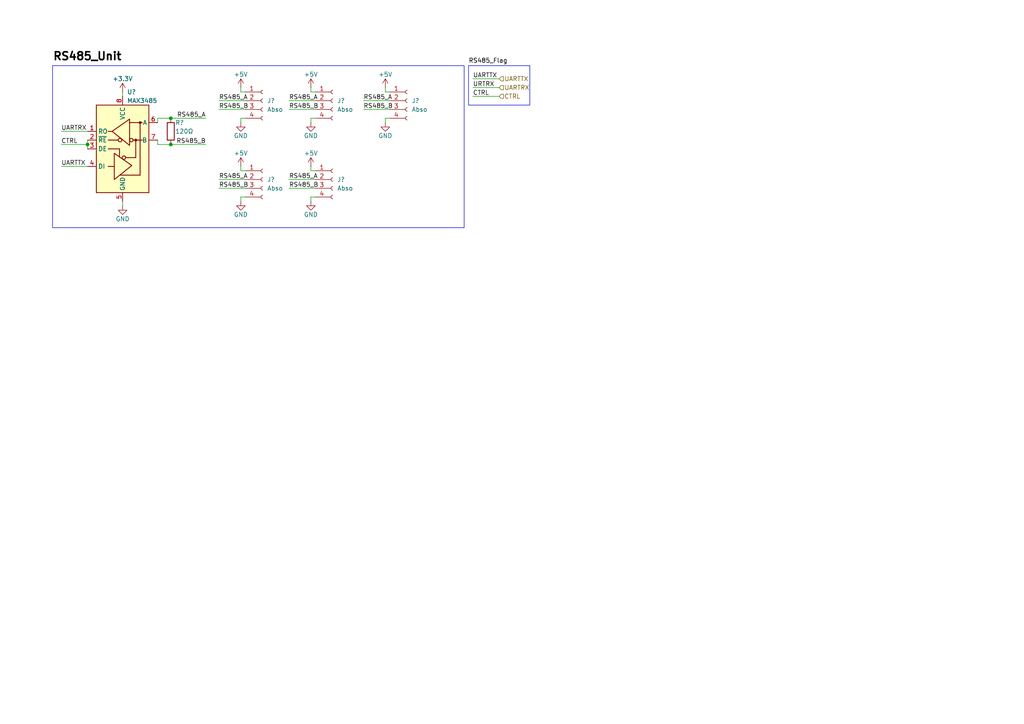
<source format=kicad_sch>
(kicad_sch (version 20250114) (generator "eeschema") (generator_version "9.0")
  (paper "A4")
  (lib_symbols
    (symbol "Connector:Conn_01x04_Socket" (pin_names (offset 1.016) (hide yes))
      (property "Reference" "J" (at 0 5.08 0))
      (property "Value" "Conn_01x04_Socket" (at 0 -7.62 0))
      (symbol "Conn_01x04_Socket_1_1"
        (polyline (pts (xy -1.27 2.54) (xy -0.508 2.54)) (stroke (width 0.1524)))
        (polyline (pts (xy -1.27 0) (xy -0.508 0)) (stroke (width 0.1524)))
        (polyline (pts (xy -1.27 -2.54) (xy -0.508 -2.54)) (stroke (width 0.1524)))
        (polyline (pts (xy -1.27 -5.08) (xy -0.508 -5.08)) (stroke (width 0.1524)))
        (arc (start 0 2.032) (mid -0.5058 2.54) (end 0 3.048) (stroke (width 0.1524)))
        (arc (start 0 -0.508) (mid -0.5058 0) (end 0 0.508) (stroke (width 0.1524)))
        (arc (start 0 -3.048) (mid -0.5058 -2.54) (end 0 -2.032) (stroke (width 0.1524)))
        (arc (start 0 -5.588) (mid -0.5058 -5.08) (end 0 -4.572) (stroke (width 0.1524)))
        (pin passive line (at -5.08 2.54 0) (length 3.81) (name "Pin_1") (number "1"))
        (pin passive line (at -5.08 0 0) (length 3.81) (name "Pin_2") (number "2"))
        (pin passive line (at -5.08 -2.54 0) (length 3.81) (name "Pin_3") (number "3"))
        (pin passive line (at -5.08 -5.08 0) (length 3.81) (name "Pin_4") (number "4"))
      )
    )
    (symbol "Device:R" (pin_numbers (hide yes)) (pin_names (offset 0))
      (property "Reference" "R" (at 2.032 0 90))
      (property "Value" "R" (at 0 0 90))
      (symbol "R_0_1"
        (rectangle (start -1.016 -2.54) (end 1.016 2.54) (stroke (width 0.254)))
      )
      (symbol "R_1_1"
        (pin passive line (at 0 3.81 270) (length 1.27) (name "~") (number "1"))
        (pin passive line (at 0 -3.81 90) (length 1.27) (name "~") (number "2"))
      )
    )
    (symbol "Interface_UART:MAX3485"
      (property "Reference" "U" (at -6.985 13.97 0))
      (property "Value" "MAX3485" (at 1.905 13.97 0))
      (symbol "MAX3485_0_1"
        (rectangle (start -7.62 12.7) (end 7.62 -12.7) (stroke (width 0.254)) (fill (type background)))
        (polyline (pts (xy -4.191 2.54) (xy -1.27 2.54)) (stroke (width 0.254)))
        (polyline (pts (xy -4.191 0) (xy -0.889 0) (xy -0.889 -2.286)) (stroke (width 0.254)))
        (polyline (pts (xy -3.175 5.08) (xy -4.191 5.08) (xy -4.064 5.08)) (stroke (width 0.254)))
        (polyline (pts (xy -2.54 -5.08) (xy -4.191 -5.08)) (stroke (width 0.254)))
        (polyline (pts (xy -2.413 -5.08) (xy -2.413 -1.27) (xy 2.667 -4.826) (xy -2.413 -8.89) (xy -2.413 -5.08)) (stroke (width 0.254)))
        (polyline (pts (xy -0.635 -7.62) (xy 5.08 -7.62)) (stroke (width 0.254)))
        (circle (center 0.381 -2.54) (radius 0.508) (stroke (width 0.254)))
        (polyline (pts (xy 0.889 -2.54) (xy 3.81 -2.54)) (stroke (width 0.254)))
        (polyline (pts (xy 2.032 7.62) (xy 5.715 7.62)) (stroke (width 0.254)))
        (polyline (pts (xy 3.048 2.54) (xy 5.715 2.54)) (stroke (width 0.254)))
        (circle (center 3.81 2.54) (radius 0.2794) (stroke (width 0.254)) (fill (type outline)))
        (polyline (pts (xy 3.81 -2.54) (xy 3.81 2.54)) (stroke (width 0.254)))
        (polyline (pts (xy 5.08 -7.62) (xy 5.08 7.62)) (stroke (width 0.254)))
      )
      (symbol "MAX3485_1_1"
        (circle (center -0.762 2.54) (radius 0.508) (stroke (width 0.254)))
        (polyline (pts (xy 2.032 4.826) (xy 2.032 8.636) (xy -3.048 5.08) (xy 2.032 1.016) (xy 2.032 4.826)) (stroke (width 0.254)))
        (circle (center 2.54 2.54) (radius 0.508) (stroke (width 0.254)))
        (circle (center 5.08 7.62) (radius 0.2794) (stroke (width 0.254)) (fill (type outline)))
        (pin output line (at -10.16 5.08 0) (length 2.54) (name "RO") (number "1"))
        (pin input line (at -10.16 2.54 0) (length 2.54) (name "~{RE}") (number "2"))
        (pin input line (at -10.16 0 0) (length 2.54) (name "DE") (number "3"))
        (pin input line (at -10.16 -5.08 0) (length 2.54) (name "DI") (number "4"))
        (pin power_in line (at 0 15.24 270) (length 2.54) (name "VCC") (number "8"))
        (pin power_in line (at 0 -15.24 90) (length 2.54) (name "GND") (number "5"))
        (pin bidirectional line (at 10.16 7.62 180) (length 2.54) (name "A") (number "6"))
        (pin bidirectional line (at 10.16 2.54 180) (length 2.54) (name "B") (number "7"))
      )
    )
    (symbol "power:+3.3V" (power) (pin_numbers (hide yes)) (pin_names (offset 0) (hide yes))
      (property "Value" "+3.3V" (at 0 3.556 0))
      (symbol "+3.3V_0_1"
        (polyline (pts (xy -0.762 1.27) (xy 0 2.54)))
        (polyline (pts (xy 0 2.54) (xy 0.762 1.27)))
        (polyline (pts (xy 0 0) (xy 0 2.54)))
      )
      (symbol "+3.3V_1_1"
        (pin power_in line (at 0 0 90) (length 0) (name "~") (number "1"))
      )
    )
    (symbol "power:+5V" (power) (pin_numbers (hide yes)) (pin_names (offset 0) (hide yes))
      (property "Value" "+5V" (at 0 3.556 0))
      (symbol "+5V_0_1"
        (polyline (pts (xy -0.762 1.27) (xy 0 2.54)))
        (polyline (pts (xy 0 2.54) (xy 0.762 1.27)))
        (polyline (pts (xy 0 0) (xy 0 2.54)))
      )
      (symbol "+5V_1_1"
        (pin power_in line (at 0 0 90) (length 0) (name "~") (number "1"))
      )
    )
    (symbol "power:GND" (power) (pin_numbers (hide yes)) (pin_names (offset 0) (hide yes))
      (property "Value" "GND" (at 0 -3.81 0))
      (symbol "GND_0_1"
        (polyline (pts (xy 0 0) (xy 0 -1.27) (xy 1.27 -1.27) (xy 0 -2.54) (xy -1.27 -1.27) (xy 0 -1.27)))
      )
      (symbol "GND_1_1"
        (pin power_in line (at 0 0 270) (length 0) (name "~") (number "1"))
      )
    )
  )
  (rectangle (start 135.89 19.05) (end 153.67 30.48))
  (rectangle (start 15.24 19.05) (end 134.62 66.04))
  (text "RS485_Flag" (at 135.89 17.78 0) (effects (font (size 1.27 1.27) (thickness 0.1588)) (justify left)))
  (text "RS485_Unit" (at 15.24 16.51 0) (effects (font (size 2.286 2.286) (thickness 0.4572) (bold yes)) (justify left)))
  (junction (at 49.53 41.91))
  (junction (at 25.4 41.91))
  (junction (at 49.53 34.29))
  (wire (pts (xy 83.82 52.07) (xy 91.44 52.07)))
  (wire (pts (xy 137.16 25.4) (xy 144.78 25.4)))
  (wire (pts (xy 69.85 26.67) (xy 71.12 26.67)))
  (wire (pts (xy 25.4 40.64) (xy 25.4 41.91)))
  (wire (pts (xy 17.78 48.26) (xy 25.4 48.26)))
  (wire (pts (xy 111.76 25.4) (xy 111.76 26.67)))
  (wire (pts (xy 90.17 48.26) (xy 90.17 49.53)))
  (wire (pts (xy 63.5 31.75) (xy 71.12 31.75)))
  (wire (pts (xy 90.17 57.15) (xy 90.17 58.42)))
  (wire (pts (xy 45.72 41.91) (xy 45.72 40.64)))
  (wire (pts (xy 35.56 58.42) (xy 35.56 59.69)))
  (wire (pts (xy 90.17 49.53) (xy 91.44 49.53)))
  (wire (pts (xy 111.76 34.29) (xy 111.76 35.56)))
  (wire (pts (xy 63.5 54.61) (xy 71.12 54.61)))
  (wire (pts (xy 25.4 41.91) (xy 25.4 43.18)))
  (wire (pts (xy 105.41 29.21) (xy 113.03 29.21)))
  (wire (pts (xy 91.44 34.29) (xy 90.17 34.29)))
  (wire (pts (xy 63.5 52.07) (xy 71.12 52.07)))
  (wire (pts (xy 90.17 26.67) (xy 91.44 26.67)))
  (wire (pts (xy 17.78 41.91) (xy 25.4 41.91)))
  (wire (pts (xy 71.12 34.29) (xy 69.85 34.29)))
  (wire (pts (xy 69.85 34.29) (xy 69.85 35.56)))
  (wire (pts (xy 63.5 29.21) (xy 71.12 29.21)))
  (wire (pts (xy 137.16 27.94) (xy 144.78 27.94)))
  (wire (pts (xy 137.16 22.86) (xy 144.78 22.86)))
  (wire (pts (xy 111.76 26.67) (xy 113.03 26.67)))
  (wire (pts (xy 45.72 35.56) (xy 45.72 34.29)))
  (wire (pts (xy 69.85 49.53) (xy 71.12 49.53)))
  (wire (pts (xy 69.85 25.4) (xy 69.85 26.67)))
  (wire (pts (xy 90.17 25.4) (xy 90.17 26.67)))
  (wire (pts (xy 91.44 57.15) (xy 90.17 57.15)))
  (wire (pts (xy 113.03 34.29) (xy 111.76 34.29)))
  (wire (pts (xy 45.72 34.29) (xy 49.53 34.29)))
  (wire (pts (xy 83.82 31.75) (xy 91.44 31.75)))
  (wire (pts (xy 49.53 41.91) (xy 59.69 41.91)))
  (wire (pts (xy 49.53 34.29) (xy 59.69 34.29)))
  (wire (pts (xy 71.12 57.15) (xy 69.85 57.15)))
  (wire (pts (xy 69.85 48.26) (xy 69.85 49.53)))
  (wire (pts (xy 35.56 26.67) (xy 35.56 27.94)))
  (wire (pts (xy 17.78 38.1) (xy 25.4 38.1)))
  (wire (pts (xy 49.53 41.91) (xy 45.72 41.91)))
  (wire (pts (xy 83.82 29.21) (xy 91.44 29.21)))
  (wire (pts (xy 90.17 34.29) (xy 90.17 35.56)))
  (wire (pts (xy 69.85 57.15) (xy 69.85 58.42)))
  (wire (pts (xy 83.82 54.61) (xy 91.44 54.61)))
  (wire (pts (xy 105.41 31.75) (xy 113.03 31.75)))
  (label "RS485_A" (at 83.82 29.21 0))
  (label "RS485_B" (at 63.5 54.61 0))
  (label "RS485_A" (at 83.82 52.07 0))
  (label "RS485_B" (at 83.82 31.75 0))
  (label "RS485_B" (at 63.5 31.75 0))
  (label "RS485_B" (at 105.41 31.75 0))
  (label "UARTTX" (at 137.16 22.86 0))
  (label "RS485_A" (at 63.5 52.07 0))
  (label "RS485_A" (at 63.5 29.21 0))
  (label "RS485_B" (at 83.82 54.61 0))
  (label "URTRX" (at 137.16 25.4 0))
  (label "CTRL" (at 17.78 41.91 0))
  (label "RS485_A" (at 59.69 34.29 180))
  (label "UARTRX" (at 17.78 38.1 0))
  (label "RS485_A" (at 105.41 29.21 0))
  (label "UARTTX" (at 17.78 48.26 0))
  (label "RS485_B" (at 59.69 41.91 180))
  (label "CTRL" (at 137.16 27.94 0))
  (hierarchical_label "CTRL" (shape input) (at 144.78 27.94 0))
  (hierarchical_label "UARTRX" (shape input) (at 144.78 25.4 0))
  (hierarchical_label "UARTTX" (shape input) (at 144.78 22.86 0))
  (symbol (lib_id "power:GND") (at 35.56 59.69 0) (unit 1)
    (property "Reference" "#PWR036" (effects (hide yes)))
    (property "Value" "GND" (at 35.56 63.5 0))
    (property "Description" "Power symbol creates a global label with name \"GND\" , ground" (effects (hide yes)))
  )
  (symbol (lib_id "Device:R") (at 49.53 38.1 0) (unit 1)
    (property "Reference" "R?" (at 50.8 35.56 0) (effects (justify left)))
    (property "Value" "120Ω" (at 50.8 38.1 0) (effects (justify left)))
    (property "Description" "Resistor" (effects (hide yes)))
  )
  (symbol (lib_id "power:+5V") (at 69.85 48.26 0) (unit 1)
    (property "Reference" "#PWR046" (effects (hide yes)))
    (property "Value" "+5V" (at 69.85 44.45 0))
    (property "Description" "Power symbol creates a global label with name \"+5V\"" (effects (hide yes)))
  )
  (symbol (lib_id "power:+5V") (at 90.17 48.26 0) (unit 1)
    (property "Reference" "#PWR050" (effects (hide yes)))
    (property "Value" "+5V" (at 90.17 44.45 0))
    (property "Description" "Power symbol creates a global label with name \"+5V\"" (effects (hide yes)))
  )
  (symbol (lib_id "power:GND") (at 90.17 58.42 0) (unit 1)
    (property "Reference" "#PWR051" (effects (hide yes)))
    (property "Value" "GND" (at 90.17 62.23 0))
    (property "Description" "Power symbol creates a global label with name \"GND\" , ground" (effects (hide yes)))
  )
  (symbol (lib_id "Connector:Conn_01x04_Socket") (at 118.11 29.21 0) (unit 1)
    (property "Reference" "J?" (at 119.38 29.2099 0) (effects (justify left)))
    (property "Value" "Abso" (at 119.38 31.7499 0) (effects (justify left)))
    (property "Footprint" "Connector_JST:JST_XA_S04B-XASK-1_1x04_P2.50mm_Horizontal" (effects (hide yes)))
    (property "Description" "Generic connector, single row, 01x04, script generated" (effects (hide yes)))
  )
  (symbol (lib_id "power:GND") (at 111.76 35.56 0) (unit 1)
    (property "Reference" "#PWR053" (effects (hide yes)))
    (property "Value" "GND" (at 111.76 39.37 0))
    (property "Description" "Power symbol creates a global label with name \"GND\" , ground" (effects (hide yes)))
  )
  (symbol (lib_id "Connector:Conn_01x04_Socket") (at 96.52 52.07 0) (unit 1)
    (property "Reference" "J?" (at 97.79 52.0699 0) (effects (justify left)))
    (property "Value" "Abso" (at 97.79 54.6099 0) (effects (justify left)))
    (property "Footprint" "Connector_JST:JST_XA_S04B-XASK-1_1x04_P2.50mm_Horizontal" (effects (hide yes)))
    (property "Description" "Generic connector, single row, 01x04, script generated" (effects (hide yes)))
  )
  (symbol (lib_id "power:GND") (at 90.17 35.56 0) (unit 1)
    (property "Reference" "#PWR049" (effects (hide yes)))
    (property "Value" "GND" (at 90.17 39.37 0))
    (property "Description" "Power symbol creates a global label with name \"GND\" , ground" (effects (hide yes)))
  )
  (symbol (lib_id "power:GND") (at 69.85 35.56 0) (unit 1)
    (property "Reference" "#PWR045" (effects (hide yes)))
    (property "Value" "GND" (at 69.85 39.37 0))
    (property "Description" "Power symbol creates a global label with name \"GND\" , ground" (effects (hide yes)))
  )
  (symbol (lib_id "Connector:Conn_01x04_Socket") (at 76.2 52.07 0) (unit 1)
    (property "Reference" "J?" (at 77.47 52.0699 0) (effects (justify left)))
    (property "Value" "Abso" (at 77.47 54.6099 0) (effects (justify left)))
    (property "Footprint" "Connector_JST:JST_XA_S04B-XASK-1_1x04_P2.50mm_Horizontal" (effects (hide yes)))
    (property "Description" "Generic connector, single row, 01x04, script generated" (effects (hide yes)))
  )
  (symbol (lib_id "power:+5V") (at 111.76 25.4 0) (unit 1)
    (property "Reference" "#PWR052" (effects (hide yes)))
    (property "Value" "+5V" (at 111.76 21.59 0))
    (property "Description" "Power symbol creates a global label with name \"+5V\"" (effects (hide yes)))
  )
  (symbol (lib_id "Connector:Conn_01x04_Socket") (at 96.52 29.21 0) (unit 1)
    (property "Reference" "J?" (at 97.79 29.2099 0) (effects (justify left)))
    (property "Value" "Abso" (at 97.79 31.7499 0) (effects (justify left)))
    (property "Footprint" "Connector_JST:JST_XA_S04B-XASK-1_1x04_P2.50mm_Horizontal" (effects (hide yes)))
    (property "Description" "Generic connector, single row, 01x04, script generated" (effects (hide yes)))
  )
  (symbol (lib_id "Connector:Conn_01x04_Socket") (at 76.2 29.21 0) (unit 1)
    (property "Reference" "J?" (at 77.47 29.2099 0) (effects (justify left)))
    (property "Value" "Abso" (at 77.47 31.7499 0) (effects (justify left)))
    (property "Footprint" "Connector_JST:JST_XA_S04B-XASK-1_1x04_P2.50mm_Horizontal" (effects (hide yes)))
    (property "Description" "Generic connector, single row, 01x04, script generated" (effects (hide yes)))
  )
  (symbol (lib_id "power:+5V") (at 90.17 25.4 0) (unit 1)
    (property "Reference" "#PWR048" (effects (hide yes)))
    (property "Value" "+5V" (at 90.17 21.59 0))
    (property "Description" "Power symbol creates a global label with name \"+5V\"" (effects (hide yes)))
  )
  (symbol (lib_id "power:+5V") (at 69.85 25.4 0) (unit 1)
    (property "Reference" "#PWR044" (effects (hide yes)))
    (property "Value" "+5V" (at 69.85 21.59 0))
    (property "Description" "Power symbol creates a global label with name \"+5V\"" (effects (hide yes)))
  )
  (symbol (lib_id "power:+3.3V") (at 35.56 26.67 0) (unit 1)
    (property "Reference" "#PWR035" (effects (hide yes)))
    (property "Value" "+3.3V" (at 35.56 22.86 0))
    (property "Description" "Power symbol creates a global label with name \"+3.3V\"" (effects (hide yes)))
  )
  (symbol (lib_id "Interface_UART:MAX3485") (at 35.56 43.18 0) (unit 1)
    (property "Reference" "U?" (at 36.83 26.67 0) (effects (justify left)))
    (property "Value" "MAX3485" (at 36.83 29.21 0) (effects (justify left)))
    (property "Footprint" "Package_SO:SOIC-8_3.9x4.9mm_P1.27mm" (effects (hide yes)))
    (property "Datasheet" "https://datasheets.maximintegrated.com/en/ds/MAX3483-MAX3491.pdf" (effects (hide yes)))
    (property "Description" "True RS-485/RS-422, 10Mbps, Slew-Rate Limited, with low-power shutdown, with receiver/driver enable, 32 receiver drive capacitity, DIP-8 and SOIC-8" (effects (hide yes)))
  )
  (symbol (lib_id "power:GND") (at 69.85 58.42 0) (unit 1)
    (property "Reference" "#PWR047" (effects (hide yes)))
    (property "Value" "GND" (at 69.85 62.23 0))
    (property "Description" "Power symbol creates a global label with name \"GND\" , ground" (effects (hide yes)))
  )
)
</source>
